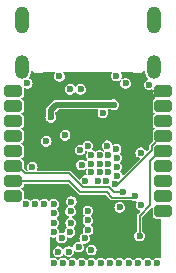
<source format=gbr>
%TF.GenerationSoftware,KiCad,Pcbnew,8.0.4-8.0.4-0~ubuntu24.04.1*%
%TF.CreationDate,2024-08-16T16:11:10+02:00*%
%TF.ProjectId,epi_ESP32 (2023_01_16 13_30_41 UTC),6570695f-4553-4503-9332-202832303233,1_1*%
%TF.SameCoordinates,Original*%
%TF.FileFunction,Copper,L3,Inr*%
%TF.FilePolarity,Positive*%
%FSLAX46Y46*%
G04 Gerber Fmt 4.6, Leading zero omitted, Abs format (unit mm)*
G04 Created by KiCad (PCBNEW 8.0.4-8.0.4-0~ubuntu24.04.1) date 2024-08-16 16:11:10*
%MOMM*%
%LPD*%
G01*
G04 APERTURE LIST*
G04 Aperture macros list*
%AMRoundRect*
0 Rectangle with rounded corners*
0 $1 Rounding radius*
0 $2 $3 $4 $5 $6 $7 $8 $9 X,Y pos of 4 corners*
0 Add a 4 corners polygon primitive as box body*
4,1,4,$2,$3,$4,$5,$6,$7,$8,$9,$2,$3,0*
0 Add four circle primitives for the rounded corners*
1,1,$1+$1,$2,$3*
1,1,$1+$1,$4,$5*
1,1,$1+$1,$6,$7*
1,1,$1+$1,$8,$9*
0 Add four rect primitives between the rounded corners*
20,1,$1+$1,$2,$3,$4,$5,0*
20,1,$1+$1,$4,$5,$6,$7,0*
20,1,$1+$1,$6,$7,$8,$9,0*
20,1,$1+$1,$8,$9,$2,$3,0*%
G04 Aperture macros list end*
%TA.AperFunction,ComponentPad*%
%ADD10RoundRect,0.250000X-0.500000X-0.250000X0.500000X-0.250000X0.500000X0.250000X-0.500000X0.250000X0*%
%TD*%
%TA.AperFunction,ComponentPad*%
%ADD11O,1.200000X2.000000*%
%TD*%
%TA.AperFunction,ComponentPad*%
%ADD12O,1.200000X2.300000*%
%TD*%
%TA.AperFunction,ViaPad*%
%ADD13C,0.600000*%
%TD*%
%TA.AperFunction,Conductor*%
%ADD14C,0.350000*%
%TD*%
%TA.AperFunction,Conductor*%
%ADD15C,0.130000*%
%TD*%
%TA.AperFunction,Conductor*%
%ADD16C,0.500000*%
%TD*%
G04 APERTURE END LIST*
D10*
%TO.N,+3.3V*%
%TO.C,J2*%
X110600000Y-57150000D03*
%TO.N,GND*%
X110600000Y-58420000D03*
%TO.N,VCC*%
X110600000Y-59690000D03*
%TO.N,EN*%
X110600000Y-60960000D03*
%TO.N,BOOT*%
X110600000Y-62230000D03*
%TO.N,IO10*%
X110600000Y-63500000D03*
%TO.N,IO8*%
X110600000Y-64770000D03*
%TO.N,IO7*%
X110600000Y-66040000D03*
%TO.N,IO6*%
X110600000Y-67310000D03*
%TD*%
D11*
%TO.N,GND*%
%TO.C,J3*%
X109840000Y-55105000D03*
D12*
X109840000Y-51105000D03*
D11*
X98640000Y-55105000D03*
D12*
X98640000Y-51105000D03*
%TD*%
D10*
%TO.N,U0TXD*%
%TO.C,J1*%
X97892518Y-57150000D03*
%TO.N,U0RXD*%
X97892518Y-58420000D03*
%TO.N,IO0*%
X97892518Y-59690000D03*
%TO.N,IO1*%
X97892518Y-60960000D03*
%TO.N,IO2*%
X97892518Y-62230000D03*
%TO.N,IO3*%
X97892518Y-63500000D03*
%TO.N,IO4*%
X97892518Y-64770000D03*
%TO.N,IO5*%
X97892518Y-66040000D03*
%TD*%
D13*
%TO.N,+5V*%
X109420036Y-56600000D03*
X106640000Y-55855000D03*
X101820036Y-55900000D03*
%TO.N,GND*%
X103440381Y-70363842D03*
X102606894Y-70731472D03*
X105500000Y-58999500D03*
X106099964Y-71700000D03*
X104520000Y-71700000D03*
X105920036Y-62600000D03*
X105220036Y-64000000D03*
X104520036Y-63300000D03*
X105220036Y-63300000D03*
X99514500Y-63585500D03*
X104234079Y-67300000D03*
X104520036Y-64000000D03*
X105220036Y-62600000D03*
X103720000Y-71700000D03*
X98975000Y-66700000D03*
X101320036Y-68300000D03*
X110100000Y-71700000D03*
X102758538Y-67339912D03*
X102120000Y-71700000D03*
X104520000Y-70600000D03*
X101700000Y-70741000D03*
X105320000Y-71700000D03*
X103957788Y-69623730D03*
X104234079Y-68104690D03*
X102776573Y-68313282D03*
X108499964Y-71700000D03*
X107420036Y-56500000D03*
X99756678Y-66700000D03*
X104239536Y-68900000D03*
X102000000Y-69599000D03*
X105920036Y-64000000D03*
X100700000Y-61400498D03*
X109299964Y-71700000D03*
X101320000Y-71700000D03*
X102820036Y-66500000D03*
X106899964Y-71700000D03*
X105920036Y-63300000D03*
X107699964Y-71700000D03*
X101320036Y-66710000D03*
X108748711Y-66823675D03*
X100538356Y-66700000D03*
X99100000Y-56500000D03*
X101320036Y-67500000D03*
X102700000Y-69100000D03*
X104520036Y-62600000D03*
X106920036Y-67000000D03*
X102920000Y-71700000D03*
X101320036Y-69100000D03*
%TO.N,+3.3V*%
X102209401Y-59390599D03*
X102100000Y-66870000D03*
X105600000Y-68720000D03*
X109473625Y-67967313D03*
X108070602Y-60868479D03*
%TO.N,IO0*%
X104000000Y-64731900D03*
%TO.N,IO1*%
X105051930Y-64749316D03*
%TO.N,IO2*%
X105801015Y-64750101D03*
%TO.N,IO3*%
X107220036Y-65666775D03*
%TO.N,D+*%
X102720036Y-57000000D03*
X103569842Y-62138692D03*
%TO.N,D-*%
X104232169Y-61787867D03*
X103620036Y-57000000D03*
%TO.N,IO4*%
X108223832Y-66040684D03*
%TO.N,IO8*%
X106607280Y-62061133D03*
%TO.N,IO5*%
X106694275Y-64312553D03*
%TO.N,EN*%
X106501815Y-65036924D03*
%TO.N,BOOT*%
X105851172Y-61779520D03*
X108600000Y-69400000D03*
%TO.N,U0TXD*%
X103700000Y-63400000D03*
%TO.N,U0RXD*%
X102299500Y-60900000D03*
%TO.N,IO7*%
X106669536Y-62808045D03*
%TO.N,IO6*%
X106669536Y-63557548D03*
%TO.N,VCC*%
X106400000Y-58300000D03*
X101083055Y-59373473D03*
%TO.N,IO10*%
X108713916Y-62357764D03*
%TD*%
D14*
%TO.N,+3.3V*%
X109567518Y-57853011D02*
X110269992Y-57150537D01*
D15*
%TO.N,IO3*%
X98920036Y-64100000D02*
X98319962Y-63499926D01*
X102622531Y-64100000D02*
X98920036Y-64100000D01*
X107220036Y-65666775D02*
X106403346Y-65666775D01*
X106001178Y-65264607D02*
X103787138Y-65264607D01*
X103787138Y-65264607D02*
X102622531Y-64100000D01*
X106403346Y-65666775D02*
X106001178Y-65264607D01*
%TO.N,IO4*%
X102669926Y-64769926D02*
X98157963Y-64769926D01*
X108082741Y-66181775D02*
X106302071Y-66181775D01*
X108223832Y-66040684D02*
X108082741Y-66181775D01*
X103600000Y-65700000D02*
X102669926Y-64769926D01*
X105820296Y-65700000D02*
X103600000Y-65700000D01*
X106302071Y-66181775D02*
X105820296Y-65700000D01*
%TO.N,EN*%
X109627518Y-61787391D02*
X110336332Y-61078577D01*
X106763076Y-65036924D02*
X109627518Y-62172482D01*
X110336332Y-61078577D02*
X110336332Y-60960426D01*
X106501815Y-65036924D02*
X106763076Y-65036924D01*
X109627518Y-62172482D02*
X109627518Y-61787391D01*
%TO.N,BOOT*%
X108600000Y-67700000D02*
X109500000Y-66800000D01*
X108600000Y-69400000D02*
X108600000Y-67700000D01*
X109500000Y-66800000D02*
X109500000Y-63068869D01*
X109500000Y-63068869D02*
X110338445Y-62230424D01*
D16*
%TO.N,VCC*%
X101083055Y-58766945D02*
X101550000Y-58300000D01*
X101550000Y-58300000D02*
X106400000Y-58300000D01*
X101083055Y-59373473D02*
X101083055Y-58766945D01*
%TD*%
%TA.AperFunction,Conductor*%
%TO.N,+3.3V*%
G36*
X102599408Y-65004171D02*
G01*
X103417308Y-65822071D01*
X103477929Y-65882692D01*
X103557134Y-65915500D01*
X105704523Y-65915500D01*
X105749778Y-65934245D01*
X106180001Y-66364468D01*
X106180002Y-66364468D01*
X106180003Y-66364469D01*
X106195466Y-66370873D01*
X106226394Y-66383683D01*
X106226396Y-66383685D01*
X106226397Y-66383685D01*
X106249596Y-66393294D01*
X106259205Y-66397275D01*
X106259206Y-66397275D01*
X106344937Y-66397275D01*
X107926634Y-66397275D01*
X107961235Y-66407435D01*
X107973480Y-66415304D01*
X108034763Y-66454688D01*
X108159060Y-66491184D01*
X108159062Y-66491184D01*
X108288602Y-66491184D01*
X108288604Y-66491184D01*
X108288903Y-66491096D01*
X108289083Y-66491115D01*
X108293134Y-66490533D01*
X108293282Y-66491566D01*
X108337605Y-66496328D01*
X108368344Y-66534466D01*
X108365154Y-66579089D01*
X108312014Y-66695446D01*
X108293578Y-66823675D01*
X108312014Y-66951903D01*
X108365827Y-67069735D01*
X108365829Y-67069738D01*
X108440604Y-67156035D01*
X108450662Y-67167642D01*
X108559642Y-67237679D01*
X108609138Y-67252212D01*
X108647278Y-67282946D01*
X108652515Y-67331649D01*
X108636362Y-67358874D01*
X108477929Y-67517308D01*
X108417308Y-67577928D01*
X108384500Y-67657133D01*
X108384500Y-68968035D01*
X108365755Y-69013290D01*
X108355101Y-69021875D01*
X108301951Y-69056032D01*
X108301949Y-69056034D01*
X108217118Y-69153936D01*
X108217116Y-69153939D01*
X108163303Y-69271771D01*
X108144867Y-69400000D01*
X108163303Y-69528228D01*
X108217116Y-69646060D01*
X108217118Y-69646063D01*
X108301951Y-69743967D01*
X108410931Y-69814004D01*
X108535228Y-69850500D01*
X108535229Y-69850500D01*
X108664771Y-69850500D01*
X108664772Y-69850500D01*
X108789069Y-69814004D01*
X108898049Y-69743967D01*
X108982882Y-69646063D01*
X109036697Y-69528226D01*
X109055133Y-69400000D01*
X109036697Y-69271774D01*
X109012582Y-69218971D01*
X108982883Y-69153939D01*
X108982881Y-69153936D01*
X108898050Y-69056034D01*
X108898048Y-69056032D01*
X108844899Y-69021875D01*
X108816962Y-68981639D01*
X108815500Y-68968035D01*
X108815500Y-67815773D01*
X108834245Y-67770518D01*
X109190760Y-67414003D01*
X109590246Y-67014516D01*
X109635500Y-66995772D01*
X109680755Y-67014517D01*
X109699500Y-67059772D01*
X109699500Y-67591516D01*
X109714353Y-67685300D01*
X109714356Y-67685308D01*
X109756376Y-67767778D01*
X109771950Y-67798342D01*
X109861658Y-67888050D01*
X109861660Y-67888051D01*
X109861661Y-67888052D01*
X109911818Y-67913608D01*
X109974696Y-67945646D01*
X110068481Y-67960500D01*
X110333186Y-67960499D01*
X110378441Y-67979244D01*
X110397186Y-68024464D01*
X110398966Y-71239380D01*
X110380246Y-71284645D01*
X110335001Y-71303415D01*
X110300366Y-71293256D01*
X110298575Y-71292105D01*
X110289069Y-71285996D01*
X110164772Y-71249500D01*
X110035228Y-71249500D01*
X109910931Y-71285996D01*
X109910929Y-71285996D01*
X109801951Y-71356032D01*
X109801949Y-71356034D01*
X109748350Y-71417892D01*
X109704548Y-71439818D01*
X109658071Y-71424349D01*
X109651614Y-71417892D01*
X109598014Y-71356034D01*
X109598012Y-71356032D01*
X109489033Y-71285996D01*
X109444506Y-71272922D01*
X109364736Y-71249500D01*
X109235192Y-71249500D01*
X109110895Y-71285996D01*
X109110893Y-71285996D01*
X109001915Y-71356032D01*
X109001913Y-71356034D01*
X108948332Y-71417871D01*
X108904530Y-71439797D01*
X108858053Y-71424328D01*
X108851596Y-71417871D01*
X108798014Y-71356034D01*
X108798012Y-71356032D01*
X108689033Y-71285996D01*
X108644506Y-71272922D01*
X108564736Y-71249500D01*
X108435192Y-71249500D01*
X108310895Y-71285996D01*
X108310893Y-71285996D01*
X108201915Y-71356032D01*
X108201913Y-71356034D01*
X108148332Y-71417871D01*
X108104530Y-71439797D01*
X108058053Y-71424328D01*
X108051596Y-71417871D01*
X107998014Y-71356034D01*
X107998012Y-71356032D01*
X107889033Y-71285996D01*
X107844506Y-71272922D01*
X107764736Y-71249500D01*
X107635192Y-71249500D01*
X107510895Y-71285996D01*
X107510893Y-71285996D01*
X107401915Y-71356032D01*
X107401913Y-71356034D01*
X107348332Y-71417871D01*
X107304530Y-71439797D01*
X107258053Y-71424328D01*
X107251596Y-71417871D01*
X107198014Y-71356034D01*
X107198012Y-71356032D01*
X107089033Y-71285996D01*
X107044506Y-71272922D01*
X106964736Y-71249500D01*
X106835192Y-71249500D01*
X106710895Y-71285996D01*
X106710893Y-71285996D01*
X106601915Y-71356032D01*
X106601913Y-71356034D01*
X106548332Y-71417871D01*
X106504530Y-71439797D01*
X106458053Y-71424328D01*
X106451596Y-71417871D01*
X106398014Y-71356034D01*
X106398012Y-71356032D01*
X106289033Y-71285996D01*
X106244506Y-71272922D01*
X106164736Y-71249500D01*
X106035192Y-71249500D01*
X105910895Y-71285996D01*
X105910893Y-71285996D01*
X105801915Y-71356032D01*
X105801913Y-71356034D01*
X105758350Y-71406309D01*
X105714547Y-71428235D01*
X105668071Y-71412766D01*
X105661614Y-71406309D01*
X105618050Y-71356034D01*
X105618048Y-71356032D01*
X105509069Y-71285996D01*
X105464542Y-71272922D01*
X105384772Y-71249500D01*
X105255228Y-71249500D01*
X105130931Y-71285996D01*
X105130929Y-71285996D01*
X105021951Y-71356032D01*
X105021949Y-71356034D01*
X104968368Y-71417871D01*
X104924566Y-71439797D01*
X104878089Y-71424328D01*
X104871632Y-71417871D01*
X104818050Y-71356034D01*
X104818048Y-71356032D01*
X104709069Y-71285996D01*
X104664542Y-71272922D01*
X104584772Y-71249500D01*
X104455228Y-71249500D01*
X104330931Y-71285996D01*
X104330929Y-71285996D01*
X104221951Y-71356032D01*
X104221949Y-71356034D01*
X104168368Y-71417871D01*
X104124566Y-71439797D01*
X104078089Y-71424328D01*
X104071632Y-71417871D01*
X104018050Y-71356034D01*
X104018048Y-71356032D01*
X103909069Y-71285996D01*
X103864542Y-71272922D01*
X103784772Y-71249500D01*
X103655228Y-71249500D01*
X103530931Y-71285996D01*
X103530929Y-71285996D01*
X103421951Y-71356032D01*
X103421949Y-71356034D01*
X103368368Y-71417871D01*
X103324566Y-71439797D01*
X103278089Y-71424328D01*
X103271632Y-71417871D01*
X103218050Y-71356034D01*
X103218048Y-71356032D01*
X103109069Y-71285996D01*
X103064542Y-71272922D01*
X102984772Y-71249500D01*
X102855228Y-71249500D01*
X102852062Y-71249500D01*
X102806807Y-71230755D01*
X102788062Y-71185500D01*
X102806807Y-71140245D01*
X102817461Y-71131660D01*
X102904943Y-71075439D01*
X102989776Y-70977535D01*
X103043591Y-70859698D01*
X103057761Y-70761137D01*
X103082756Y-70719012D01*
X103130218Y-70706898D01*
X103155710Y-70716406D01*
X103251312Y-70777846D01*
X103375609Y-70814342D01*
X103375610Y-70814342D01*
X103505152Y-70814342D01*
X103505153Y-70814342D01*
X103629450Y-70777846D01*
X103738430Y-70707809D01*
X103823263Y-70609905D01*
X103827787Y-70600000D01*
X104064867Y-70600000D01*
X104083303Y-70728228D01*
X104137116Y-70846060D01*
X104137118Y-70846063D01*
X104202814Y-70921882D01*
X104221951Y-70943967D01*
X104330931Y-71014004D01*
X104455228Y-71050500D01*
X104455229Y-71050500D01*
X104584771Y-71050500D01*
X104584772Y-71050500D01*
X104709069Y-71014004D01*
X104818049Y-70943967D01*
X104902882Y-70846063D01*
X104956697Y-70728226D01*
X104975133Y-70600000D01*
X104956697Y-70471774D01*
X104913095Y-70376301D01*
X104902883Y-70353939D01*
X104902881Y-70353936D01*
X104818050Y-70256034D01*
X104818048Y-70256032D01*
X104709069Y-70185996D01*
X104636938Y-70164817D01*
X104584772Y-70149500D01*
X104455228Y-70149500D01*
X104330931Y-70185996D01*
X104330929Y-70185996D01*
X104221951Y-70256032D01*
X104221949Y-70256034D01*
X104137118Y-70353936D01*
X104137116Y-70353939D01*
X104083303Y-70471771D01*
X104064867Y-70600000D01*
X103827787Y-70600000D01*
X103877078Y-70492068D01*
X103895514Y-70363842D01*
X103877078Y-70235616D01*
X103844745Y-70164817D01*
X103842996Y-70115865D01*
X103876374Y-70080014D01*
X103902961Y-70074230D01*
X104022559Y-70074230D01*
X104022560Y-70074230D01*
X104146857Y-70037734D01*
X104255837Y-69967697D01*
X104340670Y-69869793D01*
X104394485Y-69751956D01*
X104412921Y-69623730D01*
X104394485Y-69495504D01*
X104394484Y-69495501D01*
X104356114Y-69411483D01*
X104354365Y-69362530D01*
X104387743Y-69326680D01*
X104396290Y-69323491D01*
X104428605Y-69314004D01*
X104537585Y-69243967D01*
X104622418Y-69146063D01*
X104676233Y-69028226D01*
X104694669Y-68900000D01*
X104676233Y-68771774D01*
X104670072Y-68758284D01*
X104622419Y-68653939D01*
X104622417Y-68653936D01*
X104615677Y-68646158D01*
X104537585Y-68556033D01*
X104535088Y-68554428D01*
X104507156Y-68514191D01*
X104515856Y-68465986D01*
X104529378Y-68452479D01*
X104528666Y-68451657D01*
X104532122Y-68448660D01*
X104532128Y-68448657D01*
X104616961Y-68350753D01*
X104670776Y-68232916D01*
X104689212Y-68104690D01*
X104670776Y-67976464D01*
X104663485Y-67960500D01*
X104616962Y-67858629D01*
X104616960Y-67858626D01*
X104532129Y-67760724D01*
X104532127Y-67760722D01*
X104529153Y-67758811D01*
X104525068Y-67756186D01*
X104497131Y-67715952D01*
X104505826Y-67667746D01*
X104525067Y-67648504D01*
X104532128Y-67643967D01*
X104616961Y-67546063D01*
X104670776Y-67428226D01*
X104689212Y-67300000D01*
X104670776Y-67171774D01*
X104664615Y-67158284D01*
X104616962Y-67053939D01*
X104616960Y-67053936D01*
X104570225Y-67000000D01*
X106464903Y-67000000D01*
X106483339Y-67128228D01*
X106537152Y-67246060D01*
X106537154Y-67246063D01*
X106611313Y-67331649D01*
X106621987Y-67343967D01*
X106730967Y-67414004D01*
X106855264Y-67450500D01*
X106855265Y-67450500D01*
X106984807Y-67450500D01*
X106984808Y-67450500D01*
X107109105Y-67414004D01*
X107218085Y-67343967D01*
X107302918Y-67246063D01*
X107356733Y-67128226D01*
X107375169Y-67000000D01*
X107356733Y-66871774D01*
X107344033Y-66843966D01*
X107302919Y-66753939D01*
X107302917Y-66753936D01*
X107218086Y-66656034D01*
X107218084Y-66656032D01*
X107109105Y-66585996D01*
X107080551Y-66577612D01*
X106984808Y-66549500D01*
X106855264Y-66549500D01*
X106730967Y-66585996D01*
X106730965Y-66585996D01*
X106621987Y-66656032D01*
X106621985Y-66656034D01*
X106537154Y-66753936D01*
X106537152Y-66753939D01*
X106483339Y-66871771D01*
X106464903Y-67000000D01*
X104570225Y-67000000D01*
X104532129Y-66956034D01*
X104532127Y-66956032D01*
X104423148Y-66885996D01*
X104374701Y-66871771D01*
X104298851Y-66849500D01*
X104169307Y-66849500D01*
X104045010Y-66885996D01*
X104045008Y-66885996D01*
X103936030Y-66956032D01*
X103936028Y-66956034D01*
X103851197Y-67053936D01*
X103851195Y-67053939D01*
X103797382Y-67171771D01*
X103778946Y-67300000D01*
X103797382Y-67428228D01*
X103851195Y-67546060D01*
X103851197Y-67546063D01*
X103936028Y-67643965D01*
X103936027Y-67643965D01*
X103936029Y-67643966D01*
X103936030Y-67643967D01*
X103943092Y-67648505D01*
X103971028Y-67688742D01*
X103962330Y-67736947D01*
X103943093Y-67756183D01*
X103938700Y-67759006D01*
X103936028Y-67760724D01*
X103851197Y-67858626D01*
X103851195Y-67858629D01*
X103797382Y-67976461D01*
X103778946Y-68104690D01*
X103797382Y-68232918D01*
X103851195Y-68350750D01*
X103851197Y-68350753D01*
X103918326Y-68428226D01*
X103936030Y-68448657D01*
X103938521Y-68450258D01*
X103966458Y-68490491D01*
X103957763Y-68538697D01*
X103944241Y-68552225D01*
X103944945Y-68553037D01*
X103941485Y-68556034D01*
X103856654Y-68653936D01*
X103856652Y-68653939D01*
X103802839Y-68771771D01*
X103784403Y-68900000D01*
X103802839Y-69028228D01*
X103841209Y-69112245D01*
X103842958Y-69161198D01*
X103809580Y-69197048D01*
X103801025Y-69200239D01*
X103768722Y-69209724D01*
X103768717Y-69209726D01*
X103659739Y-69279762D01*
X103659737Y-69279764D01*
X103574906Y-69377666D01*
X103574904Y-69377669D01*
X103521091Y-69495501D01*
X103502655Y-69623730D01*
X103521091Y-69751958D01*
X103553424Y-69822755D01*
X103555173Y-69871707D01*
X103521795Y-69907558D01*
X103495208Y-69913342D01*
X103375609Y-69913342D01*
X103251312Y-69949838D01*
X103251310Y-69949838D01*
X103142332Y-70019874D01*
X103142330Y-70019876D01*
X103057499Y-70117778D01*
X103057497Y-70117781D01*
X103003684Y-70235614D01*
X103003683Y-70235617D01*
X102989512Y-70334175D01*
X102964517Y-70376301D01*
X102917055Y-70388414D01*
X102891563Y-70378906D01*
X102795963Y-70317468D01*
X102671666Y-70280972D01*
X102542122Y-70280972D01*
X102417825Y-70317468D01*
X102417823Y-70317468D01*
X102308845Y-70387504D01*
X102308843Y-70387506D01*
X102224012Y-70485408D01*
X102224012Y-70485409D01*
X102209487Y-70517213D01*
X102173635Y-70550590D01*
X102124683Y-70548841D01*
X102093055Y-70517212D01*
X102082883Y-70494939D01*
X102082881Y-70494936D01*
X101998050Y-70397034D01*
X101998048Y-70397032D01*
X101889069Y-70326996D01*
X101856619Y-70317468D01*
X101764772Y-70290500D01*
X101635228Y-70290500D01*
X101510931Y-70326996D01*
X101510929Y-70326996D01*
X101401951Y-70397032D01*
X101401949Y-70397034D01*
X101317118Y-70494936D01*
X101317116Y-70494939D01*
X101263303Y-70612771D01*
X101244867Y-70741000D01*
X101263303Y-70869228D01*
X101317116Y-70987060D01*
X101317118Y-70987063D01*
X101372085Y-71050500D01*
X101401951Y-71084967D01*
X101510929Y-71155003D01*
X101513329Y-71156545D01*
X101523395Y-71171043D01*
X101527667Y-71168077D01*
X101559299Y-71169205D01*
X101635228Y-71191500D01*
X101635230Y-71191500D01*
X101764771Y-71191500D01*
X101764772Y-71191500D01*
X101889069Y-71155004D01*
X101998049Y-71084967D01*
X102082882Y-70987063D01*
X102097406Y-70955258D01*
X102133255Y-70921882D01*
X102182208Y-70923629D01*
X102213838Y-70955258D01*
X102224012Y-70977534D01*
X102224012Y-70977535D01*
X102287235Y-71050500D01*
X102308845Y-71075439D01*
X102417825Y-71145476D01*
X102542122Y-71181972D01*
X102542123Y-71181972D01*
X102674832Y-71181972D01*
X102720087Y-71200717D01*
X102738832Y-71245972D01*
X102720087Y-71291227D01*
X102709433Y-71299811D01*
X102703826Y-71303415D01*
X102621951Y-71356032D01*
X102621949Y-71356034D01*
X102568368Y-71417871D01*
X102524566Y-71439797D01*
X102478089Y-71424328D01*
X102471632Y-71417871D01*
X102418050Y-71356034D01*
X102418048Y-71356032D01*
X102309069Y-71285996D01*
X102264542Y-71272922D01*
X102184772Y-71249500D01*
X102055228Y-71249500D01*
X101930931Y-71285996D01*
X101930929Y-71285996D01*
X101821951Y-71356032D01*
X101821949Y-71356034D01*
X101768368Y-71417871D01*
X101724566Y-71439797D01*
X101678089Y-71424328D01*
X101671632Y-71417871D01*
X101618050Y-71356034D01*
X101618048Y-71356032D01*
X101506670Y-71284454D01*
X101496603Y-71269955D01*
X101492332Y-71272922D01*
X101460698Y-71271793D01*
X101419949Y-71259828D01*
X101384772Y-71249500D01*
X101255228Y-71249500D01*
X101175458Y-71272922D01*
X101130931Y-71285996D01*
X101130926Y-71285998D01*
X101118635Y-71293897D01*
X101070430Y-71302593D01*
X101030195Y-71274655D01*
X101020036Y-71240056D01*
X101020036Y-69559920D01*
X101038781Y-69514665D01*
X101084036Y-69495920D01*
X101118636Y-69506079D01*
X101130967Y-69514004D01*
X101255264Y-69550500D01*
X101255265Y-69550500D01*
X101384809Y-69550500D01*
X101415285Y-69541551D01*
X101463651Y-69527350D01*
X101512353Y-69532585D01*
X101543088Y-69570726D01*
X101544785Y-69594423D01*
X101544867Y-69594423D01*
X101544867Y-69595567D01*
X101545031Y-69597858D01*
X101544867Y-69598998D01*
X101563303Y-69727228D01*
X101617116Y-69845060D01*
X101617118Y-69845063D01*
X101701951Y-69942967D01*
X101810931Y-70013004D01*
X101935228Y-70049500D01*
X101935229Y-70049500D01*
X102064771Y-70049500D01*
X102064772Y-70049500D01*
X102189069Y-70013004D01*
X102298049Y-69942967D01*
X102382882Y-69845063D01*
X102436697Y-69727226D01*
X102455133Y-69599000D01*
X102454087Y-69591724D01*
X102466200Y-69544262D01*
X102508325Y-69519267D01*
X102535461Y-69521206D01*
X102635228Y-69550500D01*
X102635230Y-69550500D01*
X102764771Y-69550500D01*
X102764772Y-69550500D01*
X102889069Y-69514004D01*
X102998049Y-69443967D01*
X103082882Y-69346063D01*
X103136697Y-69228226D01*
X103155133Y-69100000D01*
X103136697Y-68971774D01*
X103134989Y-68968035D01*
X103082883Y-68853939D01*
X103082881Y-68853936D01*
X103018825Y-68780010D01*
X103003356Y-68733533D01*
X103025282Y-68689731D01*
X103032580Y-68684267D01*
X103074622Y-68657249D01*
X103159455Y-68559345D01*
X103213270Y-68441508D01*
X103231706Y-68313282D01*
X103213270Y-68185056D01*
X103207204Y-68171774D01*
X103159456Y-68067221D01*
X103159454Y-68067218D01*
X103074623Y-67969316D01*
X103074621Y-67969314D01*
X102965643Y-67899278D01*
X102936260Y-67890651D01*
X102918228Y-67885356D01*
X102880089Y-67854621D01*
X102874852Y-67805918D01*
X102905588Y-67767778D01*
X102918224Y-67762543D01*
X102947607Y-67753916D01*
X103056587Y-67683879D01*
X103141420Y-67585975D01*
X103195235Y-67468138D01*
X103213671Y-67339912D01*
X103195235Y-67211686D01*
X103168601Y-67153367D01*
X103141421Y-67093851D01*
X103141419Y-67093848D01*
X103056588Y-66995946D01*
X103056580Y-66995939D01*
X103052869Y-66993554D01*
X103024935Y-66953317D01*
X103033635Y-66905112D01*
X103052869Y-66885878D01*
X103118085Y-66843967D01*
X103202918Y-66746063D01*
X103256733Y-66628226D01*
X103275169Y-66500000D01*
X103256733Y-66371774D01*
X103255019Y-66368022D01*
X103202919Y-66253939D01*
X103202917Y-66253936D01*
X103118086Y-66156034D01*
X103118084Y-66156032D01*
X103009105Y-66085996D01*
X102884808Y-66049500D01*
X102755264Y-66049500D01*
X102630967Y-66085996D01*
X102630965Y-66085996D01*
X102521987Y-66156032D01*
X102521985Y-66156034D01*
X102437154Y-66253936D01*
X102437152Y-66253939D01*
X102383339Y-66371771D01*
X102364903Y-66500000D01*
X102383339Y-66628228D01*
X102437152Y-66746060D01*
X102437154Y-66746063D01*
X102521985Y-66843965D01*
X102521993Y-66843972D01*
X102525702Y-66846356D01*
X102553638Y-66886592D01*
X102544939Y-66934797D01*
X102525702Y-66954035D01*
X102460487Y-66995946D01*
X102375656Y-67093848D01*
X102375654Y-67093851D01*
X102321841Y-67211683D01*
X102303405Y-67339912D01*
X102321841Y-67468140D01*
X102375654Y-67585972D01*
X102375656Y-67585975D01*
X102437314Y-67657134D01*
X102460489Y-67683879D01*
X102569469Y-67753916D01*
X102616881Y-67767837D01*
X102655021Y-67798571D01*
X102660258Y-67847274D01*
X102629523Y-67885415D01*
X102616882Y-67890651D01*
X102587507Y-67899276D01*
X102587502Y-67899278D01*
X102478524Y-67969314D01*
X102478522Y-67969316D01*
X102393691Y-68067218D01*
X102393689Y-68067221D01*
X102339876Y-68185053D01*
X102321440Y-68313282D01*
X102339876Y-68441510D01*
X102393689Y-68559342D01*
X102393691Y-68559345D01*
X102457747Y-68633271D01*
X102473216Y-68679748D01*
X102451290Y-68723550D01*
X102443981Y-68729022D01*
X102401949Y-68756034D01*
X102317118Y-68853936D01*
X102317116Y-68853939D01*
X102263303Y-68971771D01*
X102255186Y-69028226D01*
X102244868Y-69099998D01*
X102244867Y-69100002D01*
X102245913Y-69107279D01*
X102233797Y-69154740D01*
X102191669Y-69179733D01*
X102164534Y-69177792D01*
X102143616Y-69171650D01*
X102064772Y-69148500D01*
X101935228Y-69148500D01*
X101856384Y-69171650D01*
X101807681Y-69166413D01*
X101776946Y-69128272D01*
X101775253Y-69104578D01*
X101775169Y-69104578D01*
X101775169Y-69103407D01*
X101775006Y-69101131D01*
X101775169Y-69100000D01*
X101756733Y-68971774D01*
X101755025Y-68968035D01*
X101702919Y-68853939D01*
X101702917Y-68853936D01*
X101618086Y-68756034D01*
X101618082Y-68756030D01*
X101614676Y-68753842D01*
X101586737Y-68713608D01*
X101595432Y-68665402D01*
X101614676Y-68646158D01*
X101618082Y-68643969D01*
X101618082Y-68643968D01*
X101618085Y-68643967D01*
X101702918Y-68546063D01*
X101756733Y-68428226D01*
X101775169Y-68300000D01*
X101756733Y-68171774D01*
X101726096Y-68104690D01*
X101702919Y-68053939D01*
X101702917Y-68053936D01*
X101618086Y-67956034D01*
X101618082Y-67956030D01*
X101614676Y-67953842D01*
X101586737Y-67913608D01*
X101595432Y-67865402D01*
X101614676Y-67846158D01*
X101618082Y-67843969D01*
X101618082Y-67843968D01*
X101618085Y-67843967D01*
X101702918Y-67746063D01*
X101756733Y-67628226D01*
X101775169Y-67500000D01*
X101756733Y-67371774D01*
X101738408Y-67331649D01*
X101702919Y-67253939D01*
X101702917Y-67253936D01*
X101618087Y-67156035D01*
X101615008Y-67153367D01*
X101593084Y-67109564D01*
X101608554Y-67063087D01*
X101615008Y-67056633D01*
X101618079Y-67053970D01*
X101618085Y-67053967D01*
X101702918Y-66956063D01*
X101756733Y-66838226D01*
X101775169Y-66710000D01*
X101756733Y-66581774D01*
X101754833Y-66577614D01*
X101702919Y-66463939D01*
X101702917Y-66463936D01*
X101618086Y-66366034D01*
X101618084Y-66366032D01*
X101509105Y-66295996D01*
X101467960Y-66283915D01*
X101384808Y-66259500D01*
X101255264Y-66259500D01*
X101130967Y-66295996D01*
X101130965Y-66295996D01*
X101021987Y-66366032D01*
X101021985Y-66366034D01*
X100981896Y-66412300D01*
X100938094Y-66434226D01*
X100891617Y-66418757D01*
X100885160Y-66412300D01*
X100836406Y-66356034D01*
X100836404Y-66356032D01*
X100727425Y-66285996D01*
X100720338Y-66283915D01*
X100603128Y-66249500D01*
X100473584Y-66249500D01*
X100349287Y-66285996D01*
X100349285Y-66285996D01*
X100240307Y-66356032D01*
X100240305Y-66356034D01*
X100195885Y-66407298D01*
X100152082Y-66429224D01*
X100105606Y-66413755D01*
X100099149Y-66407298D01*
X100054728Y-66356034D01*
X100054726Y-66356032D01*
X99945747Y-66285996D01*
X99938660Y-66283915D01*
X99821450Y-66249500D01*
X99691906Y-66249500D01*
X99567609Y-66285996D01*
X99567607Y-66285996D01*
X99458629Y-66356032D01*
X99458627Y-66356034D01*
X99414207Y-66407298D01*
X99370404Y-66429224D01*
X99323928Y-66413755D01*
X99317471Y-66407298D01*
X99273050Y-66356034D01*
X99273048Y-66356032D01*
X99164069Y-66285996D01*
X99156982Y-66283915D01*
X99039772Y-66249500D01*
X98910228Y-66249500D01*
X98875046Y-66259829D01*
X98826344Y-66254593D01*
X98795609Y-66216452D01*
X98793017Y-66198422D01*
X98793017Y-65758483D01*
X98778164Y-65664699D01*
X98778164Y-65664696D01*
X98720568Y-65551658D01*
X98630860Y-65461950D01*
X98630857Y-65461948D01*
X98626782Y-65458987D01*
X98627531Y-65457955D01*
X98599195Y-65424781D01*
X98603035Y-65375948D01*
X98627281Y-65351701D01*
X98626782Y-65351013D01*
X98630857Y-65348052D01*
X98630857Y-65348051D01*
X98630860Y-65348050D01*
X98720568Y-65258342D01*
X98778164Y-65145304D01*
X98793018Y-65051519D01*
X98793018Y-65049426D01*
X98811763Y-65004171D01*
X98857018Y-64985426D01*
X102554153Y-64985426D01*
X102599408Y-65004171D01*
G37*
%TD.AperFunction*%
%TA.AperFunction,Conductor*%
G36*
X109061203Y-55410270D02*
G01*
X109088304Y-55451073D01*
X109089500Y-55463386D01*
X109089500Y-55578920D01*
X109118340Y-55723908D01*
X109118341Y-55723910D01*
X109118342Y-55723913D01*
X109174916Y-55860495D01*
X109174917Y-55860497D01*
X109174919Y-55860500D01*
X109257048Y-55983415D01*
X109331454Y-56057821D01*
X109350199Y-56103076D01*
X109331454Y-56148331D01*
X109304230Y-56164483D01*
X109230972Y-56185993D01*
X109230965Y-56185996D01*
X109121987Y-56256032D01*
X109121985Y-56256034D01*
X109037154Y-56353936D01*
X109037152Y-56353939D01*
X108983339Y-56471771D01*
X108964903Y-56600000D01*
X108983339Y-56728228D01*
X109037152Y-56846060D01*
X109037154Y-56846063D01*
X109075169Y-56889936D01*
X109121987Y-56943967D01*
X109230967Y-57014004D01*
X109355264Y-57050500D01*
X109355265Y-57050500D01*
X109484807Y-57050500D01*
X109484808Y-57050500D01*
X109609105Y-57014004D01*
X109621399Y-57006102D01*
X109669604Y-56997405D01*
X109709840Y-57025341D01*
X109720000Y-57059943D01*
X109720000Y-57085000D01*
X110280952Y-57085000D01*
X110275000Y-57107213D01*
X110275000Y-57192787D01*
X110280952Y-57215000D01*
X109720001Y-57215000D01*
X109720001Y-57436054D01*
X109730762Y-57509927D01*
X109786462Y-57623862D01*
X109876137Y-57713537D01*
X109882174Y-57716488D01*
X109914600Y-57753203D01*
X109911568Y-57802092D01*
X109883126Y-57831011D01*
X109861659Y-57841949D01*
X109861658Y-57841949D01*
X109861658Y-57841950D01*
X109771950Y-57931658D01*
X109771948Y-57931660D01*
X109771948Y-57931661D01*
X109771947Y-57931662D01*
X109714356Y-58044690D01*
X109714353Y-58044697D01*
X109699500Y-58138483D01*
X109699500Y-58701516D01*
X109713686Y-58791087D01*
X109714354Y-58795304D01*
X109771950Y-58908342D01*
X109861658Y-58998050D01*
X109861660Y-58998051D01*
X109861661Y-58998052D01*
X109865736Y-59001013D01*
X109864986Y-59002043D01*
X109893324Y-59035225D01*
X109889480Y-59084057D01*
X109865236Y-59108300D01*
X109865736Y-59108987D01*
X109861661Y-59111948D01*
X109861660Y-59111948D01*
X109861658Y-59111950D01*
X109771950Y-59201658D01*
X109771948Y-59201660D01*
X109771947Y-59201662D01*
X109714356Y-59314690D01*
X109714353Y-59314697D01*
X109699500Y-59408483D01*
X109699500Y-59971516D01*
X109714353Y-60065300D01*
X109714354Y-60065304D01*
X109771950Y-60178342D01*
X109861658Y-60268050D01*
X109861660Y-60268051D01*
X109861661Y-60268052D01*
X109865736Y-60271013D01*
X109864986Y-60272043D01*
X109893324Y-60305225D01*
X109889480Y-60354057D01*
X109865236Y-60378300D01*
X109865736Y-60378987D01*
X109861661Y-60381948D01*
X109861660Y-60381948D01*
X109861658Y-60381950D01*
X109771950Y-60471658D01*
X109771948Y-60471660D01*
X109771947Y-60471662D01*
X109714356Y-60584690D01*
X109714353Y-60584697D01*
X109699500Y-60678483D01*
X109699500Y-61241516D01*
X109714354Y-61335305D01*
X109715911Y-61340097D01*
X109714188Y-61340656D01*
X109717505Y-61382772D01*
X109701891Y-61408253D01*
X109505447Y-61604699D01*
X109444826Y-61665319D01*
X109412018Y-61744524D01*
X109412018Y-62056708D01*
X109393273Y-62101963D01*
X109251872Y-62243363D01*
X109206617Y-62262108D01*
X109161362Y-62243363D01*
X109148401Y-62224695D01*
X109143979Y-62215013D01*
X109125467Y-62174477D01*
X109096799Y-62111702D01*
X109096797Y-62111700D01*
X109011966Y-62013798D01*
X109011964Y-62013796D01*
X108902985Y-61943760D01*
X108808764Y-61916095D01*
X108778688Y-61907264D01*
X108649144Y-61907264D01*
X108524847Y-61943760D01*
X108524845Y-61943760D01*
X108415867Y-62013796D01*
X108415865Y-62013798D01*
X108331034Y-62111700D01*
X108331032Y-62111703D01*
X108277219Y-62229535D01*
X108258783Y-62357764D01*
X108277219Y-62485992D01*
X108331032Y-62603824D01*
X108331034Y-62603827D01*
X108415867Y-62701731D01*
X108524847Y-62771768D01*
X108574889Y-62786461D01*
X108613029Y-62817195D01*
X108618266Y-62865898D01*
X108602113Y-62893123D01*
X107243998Y-64251237D01*
X107198743Y-64269982D01*
X107153488Y-64251237D01*
X107135395Y-64215091D01*
X107130972Y-64184327D01*
X107077157Y-64066490D01*
X107014258Y-63993899D01*
X106989327Y-63965127D01*
X106990622Y-63964004D01*
X106971441Y-63925693D01*
X106986906Y-63879216D01*
X107052418Y-63803611D01*
X107106233Y-63685774D01*
X107124669Y-63557548D01*
X107106233Y-63429322D01*
X107065183Y-63339437D01*
X107052419Y-63311487D01*
X107052417Y-63311484D01*
X106977226Y-63224707D01*
X106961757Y-63178230D01*
X106977226Y-63140885D01*
X107052418Y-63054108D01*
X107106233Y-62936271D01*
X107124669Y-62808045D01*
X107106233Y-62679819D01*
X107069780Y-62600000D01*
X107052419Y-62561984D01*
X107052417Y-62561981D01*
X106967586Y-62464079D01*
X106967582Y-62464075D01*
X106956904Y-62457213D01*
X106928968Y-62416977D01*
X106937667Y-62368772D01*
X106943126Y-62361478D01*
X106990162Y-62307196D01*
X107043977Y-62189359D01*
X107062413Y-62061133D01*
X107043977Y-61932907D01*
X107036298Y-61916093D01*
X106990163Y-61815072D01*
X106990161Y-61815069D01*
X106905330Y-61717167D01*
X106905328Y-61717165D01*
X106796349Y-61647129D01*
X106791305Y-61645648D01*
X106672052Y-61610633D01*
X106542508Y-61610633D01*
X106418211Y-61647129D01*
X106418210Y-61647129D01*
X106378106Y-61672902D01*
X106329901Y-61681598D01*
X106289665Y-61653661D01*
X106285293Y-61645653D01*
X106260056Y-61590392D01*
X106234055Y-61533458D01*
X106234053Y-61533456D01*
X106149222Y-61435554D01*
X106149220Y-61435552D01*
X106040241Y-61365516D01*
X105989100Y-61350500D01*
X105915944Y-61329020D01*
X105786400Y-61329020D01*
X105662103Y-61365516D01*
X105662101Y-61365516D01*
X105553123Y-61435552D01*
X105553121Y-61435554D01*
X105468290Y-61533456D01*
X105468288Y-61533459D01*
X105414475Y-61651291D01*
X105396039Y-61779520D01*
X105414475Y-61907748D01*
X105468288Y-62025580D01*
X105468290Y-62025583D01*
X105553121Y-62123485D01*
X105553123Y-62123487D01*
X105608991Y-62159391D01*
X105636927Y-62199627D01*
X105628230Y-62247832D01*
X105622759Y-62255141D01*
X105618405Y-62260166D01*
X105574603Y-62282093D01*
X105528126Y-62266625D01*
X105521670Y-62260169D01*
X105518088Y-62256036D01*
X105518080Y-62256029D01*
X105409105Y-62185996D01*
X105318494Y-62159391D01*
X105284808Y-62149500D01*
X105155264Y-62149500D01*
X105030967Y-62185996D01*
X105030965Y-62185996D01*
X104921991Y-62256029D01*
X104921983Y-62256036D01*
X104918402Y-62260169D01*
X104874599Y-62282093D01*
X104828123Y-62266622D01*
X104821670Y-62260169D01*
X104818088Y-62256036D01*
X104818080Y-62256029D01*
X104709106Y-62185996D01*
X104624638Y-62161195D01*
X104586498Y-62130459D01*
X104581261Y-62081756D01*
X104594300Y-62057877D01*
X104615051Y-62033930D01*
X104668866Y-61916093D01*
X104687302Y-61787867D01*
X104668866Y-61659641D01*
X104664000Y-61648987D01*
X104615052Y-61541806D01*
X104615050Y-61541803D01*
X104614365Y-61541013D01*
X104530218Y-61443900D01*
X104530217Y-61443899D01*
X104421238Y-61373863D01*
X104392810Y-61365516D01*
X104296941Y-61337367D01*
X104167397Y-61337367D01*
X104043100Y-61373863D01*
X104043098Y-61373863D01*
X103934120Y-61443899D01*
X103934118Y-61443901D01*
X103849287Y-61541803D01*
X103849285Y-61541806D01*
X103795472Y-61659639D01*
X103794183Y-61664031D01*
X103792913Y-61663658D01*
X103770528Y-61701376D01*
X103723065Y-61713485D01*
X103714150Y-61711545D01*
X103673570Y-61699630D01*
X103634614Y-61688192D01*
X103505070Y-61688192D01*
X103380773Y-61724688D01*
X103380771Y-61724688D01*
X103271793Y-61794724D01*
X103271791Y-61794726D01*
X103186960Y-61892628D01*
X103186958Y-61892631D01*
X103133145Y-62010463D01*
X103114709Y-62138692D01*
X103133145Y-62266920D01*
X103186958Y-62384752D01*
X103186960Y-62384755D01*
X103262358Y-62471771D01*
X103271793Y-62482659D01*
X103380773Y-62552696D01*
X103505070Y-62589192D01*
X103505071Y-62589192D01*
X103634613Y-62589192D01*
X103634614Y-62589192D01*
X103758911Y-62552696D01*
X103867891Y-62482659D01*
X103952724Y-62384755D01*
X104006539Y-62266918D01*
X104006539Y-62266913D01*
X104007828Y-62262528D01*
X104009102Y-62262902D01*
X104031468Y-62225192D01*
X104078928Y-62213071D01*
X104087854Y-62215011D01*
X104127566Y-62226671D01*
X104165706Y-62257406D01*
X104170943Y-62306109D01*
X104157904Y-62329989D01*
X104137154Y-62353936D01*
X104137152Y-62353939D01*
X104083339Y-62471771D01*
X104064903Y-62600000D01*
X104083339Y-62728228D01*
X104137152Y-62846060D01*
X104137154Y-62846063D01*
X104190898Y-62908088D01*
X104206367Y-62954565D01*
X104190899Y-62991909D01*
X104137154Y-63053935D01*
X104137154Y-63053936D01*
X104129885Y-63069852D01*
X104094033Y-63103229D01*
X104045081Y-63101480D01*
X104023301Y-63085175D01*
X103998050Y-63056034D01*
X103998048Y-63056032D01*
X103889069Y-62985996D01*
X103841531Y-62972038D01*
X103764772Y-62949500D01*
X103635228Y-62949500D01*
X103510931Y-62985996D01*
X103510929Y-62985996D01*
X103401951Y-63056032D01*
X103401949Y-63056034D01*
X103317118Y-63153936D01*
X103317116Y-63153939D01*
X103263303Y-63271771D01*
X103244867Y-63400000D01*
X103263303Y-63528228D01*
X103317116Y-63646060D01*
X103317118Y-63646063D01*
X103389706Y-63729836D01*
X103401951Y-63743967D01*
X103510931Y-63814004D01*
X103635228Y-63850500D01*
X103635229Y-63850500D01*
X103764771Y-63850500D01*
X103764772Y-63850500D01*
X103889069Y-63814004D01*
X103998049Y-63743967D01*
X104010294Y-63729834D01*
X104054093Y-63707908D01*
X104100571Y-63723375D01*
X104122499Y-63767176D01*
X104116879Y-63798331D01*
X104083339Y-63871772D01*
X104064903Y-64000000D01*
X104083339Y-64128228D01*
X104111922Y-64190813D01*
X104113671Y-64239765D01*
X104080293Y-64275616D01*
X104053706Y-64281400D01*
X103935228Y-64281400D01*
X103810931Y-64317896D01*
X103810929Y-64317896D01*
X103701951Y-64387932D01*
X103701949Y-64387934D01*
X103617118Y-64485836D01*
X103617116Y-64485839D01*
X103561401Y-64607838D01*
X103559892Y-64607149D01*
X103532907Y-64640621D01*
X103484203Y-64645847D01*
X103456992Y-64629698D01*
X102744602Y-63917308D01*
X102665397Y-63884500D01*
X99972793Y-63884500D01*
X99927538Y-63865755D01*
X99908793Y-63820500D01*
X99914577Y-63793913D01*
X99951196Y-63713728D01*
X99951195Y-63713728D01*
X99951197Y-63713726D01*
X99969633Y-63585500D01*
X99951197Y-63457274D01*
X99938430Y-63429319D01*
X99897383Y-63339439D01*
X99897381Y-63339436D01*
X99812550Y-63241534D01*
X99812548Y-63241532D01*
X99703569Y-63171496D01*
X99579272Y-63135000D01*
X99449728Y-63135000D01*
X99325431Y-63171496D01*
X99325429Y-63171496D01*
X99216451Y-63241532D01*
X99216449Y-63241534D01*
X99131618Y-63339436D01*
X99131616Y-63339439D01*
X99077803Y-63457271D01*
X99059367Y-63585500D01*
X99077803Y-63713728D01*
X99114423Y-63793913D01*
X99116172Y-63842866D01*
X99082794Y-63878716D01*
X99056207Y-63884500D01*
X99035809Y-63884500D01*
X98990554Y-63865755D01*
X98811762Y-63686963D01*
X98793017Y-63641708D01*
X98793017Y-63218483D01*
X98786642Y-63178230D01*
X98778164Y-63124696D01*
X98720568Y-63011658D01*
X98630860Y-62921950D01*
X98630857Y-62921948D01*
X98626782Y-62918987D01*
X98627531Y-62917955D01*
X98599195Y-62884781D01*
X98603035Y-62835948D01*
X98627281Y-62811701D01*
X98626782Y-62811013D01*
X98630857Y-62808052D01*
X98630857Y-62808051D01*
X98630860Y-62808050D01*
X98720568Y-62718342D01*
X98778164Y-62605304D01*
X98793018Y-62511519D01*
X98793017Y-61948482D01*
X98778164Y-61854696D01*
X98720568Y-61741658D01*
X98630860Y-61651950D01*
X98630857Y-61651948D01*
X98626782Y-61648987D01*
X98627531Y-61647955D01*
X98599195Y-61614781D01*
X98603035Y-61565948D01*
X98627281Y-61541701D01*
X98626782Y-61541013D01*
X98630857Y-61538052D01*
X98630857Y-61538051D01*
X98630860Y-61538050D01*
X98720568Y-61448342D01*
X98744946Y-61400498D01*
X100244867Y-61400498D01*
X100263303Y-61528726D01*
X100317116Y-61646558D01*
X100317118Y-61646561D01*
X100399518Y-61741658D01*
X100401951Y-61744465D01*
X100510931Y-61814502D01*
X100635228Y-61850998D01*
X100635229Y-61850998D01*
X100764771Y-61850998D01*
X100764772Y-61850998D01*
X100889069Y-61814502D01*
X100998049Y-61744465D01*
X101082882Y-61646561D01*
X101136697Y-61528724D01*
X101155133Y-61400498D01*
X101136697Y-61272272D01*
X101123770Y-61243967D01*
X101082883Y-61154437D01*
X101082881Y-61154434D01*
X100998050Y-61056532D01*
X100998048Y-61056530D01*
X100889069Y-60986494D01*
X100764772Y-60949998D01*
X100635228Y-60949998D01*
X100510931Y-60986494D01*
X100510929Y-60986494D01*
X100401951Y-61056530D01*
X100401949Y-61056532D01*
X100317118Y-61154434D01*
X100317116Y-61154437D01*
X100263303Y-61272269D01*
X100244867Y-61400498D01*
X98744946Y-61400498D01*
X98778164Y-61335304D01*
X98793018Y-61241519D01*
X98793017Y-60900000D01*
X101844367Y-60900000D01*
X101862803Y-61028228D01*
X101916616Y-61146060D01*
X101916618Y-61146063D01*
X102001451Y-61243967D01*
X102110431Y-61314004D01*
X102234728Y-61350500D01*
X102234729Y-61350500D01*
X102364271Y-61350500D01*
X102364272Y-61350500D01*
X102488569Y-61314004D01*
X102597549Y-61243967D01*
X102682382Y-61146063D01*
X102736197Y-61028226D01*
X102754633Y-60900000D01*
X102736197Y-60771774D01*
X102693591Y-60678482D01*
X102682383Y-60653939D01*
X102682381Y-60653936D01*
X102597550Y-60556034D01*
X102597548Y-60556032D01*
X102488569Y-60485996D01*
X102364272Y-60449500D01*
X102234728Y-60449500D01*
X102110431Y-60485996D01*
X102110429Y-60485996D01*
X102001451Y-60556032D01*
X102001449Y-60556034D01*
X101916618Y-60653936D01*
X101916616Y-60653939D01*
X101862803Y-60771771D01*
X101844367Y-60900000D01*
X98793017Y-60900000D01*
X98793017Y-60678482D01*
X98778164Y-60584696D01*
X98720568Y-60471658D01*
X98630860Y-60381950D01*
X98630857Y-60381948D01*
X98626782Y-60378987D01*
X98627531Y-60377955D01*
X98599195Y-60344781D01*
X98603035Y-60295948D01*
X98627281Y-60271701D01*
X98626782Y-60271013D01*
X98630857Y-60268052D01*
X98630857Y-60268051D01*
X98630860Y-60268050D01*
X98720568Y-60178342D01*
X98778164Y-60065304D01*
X98793018Y-59971519D01*
X98793017Y-59408482D01*
X98787473Y-59373473D01*
X100627922Y-59373473D01*
X100646358Y-59501701D01*
X100700171Y-59619533D01*
X100700173Y-59619536D01*
X100785006Y-59717440D01*
X100893986Y-59787477D01*
X101018283Y-59823973D01*
X101018284Y-59823973D01*
X101147826Y-59823973D01*
X101147827Y-59823973D01*
X101272124Y-59787477D01*
X101381104Y-59717440D01*
X101465937Y-59619536D01*
X101519752Y-59501699D01*
X101538188Y-59373473D01*
X101519752Y-59245247D01*
X101499845Y-59201658D01*
X101489339Y-59178652D01*
X101483555Y-59152065D01*
X101483555Y-58959348D01*
X101502300Y-58914093D01*
X101697148Y-58719245D01*
X101742403Y-58700500D01*
X105041707Y-58700500D01*
X105086962Y-58719245D01*
X105105707Y-58764500D01*
X105099923Y-58791087D01*
X105063303Y-58871271D01*
X105044867Y-58999500D01*
X105063303Y-59127728D01*
X105117116Y-59245560D01*
X105117118Y-59245563D01*
X105201951Y-59343467D01*
X105310931Y-59413504D01*
X105435228Y-59450000D01*
X105435229Y-59450000D01*
X105564771Y-59450000D01*
X105564772Y-59450000D01*
X105689069Y-59413504D01*
X105798049Y-59343467D01*
X105882882Y-59245563D01*
X105936697Y-59127726D01*
X105955133Y-58999500D01*
X105936697Y-58871274D01*
X105902005Y-58795309D01*
X105900077Y-58791087D01*
X105898328Y-58742134D01*
X105931706Y-58706284D01*
X105958293Y-58700500D01*
X106171126Y-58700500D01*
X106205725Y-58710658D01*
X106210931Y-58714004D01*
X106335228Y-58750500D01*
X106335230Y-58750500D01*
X106464771Y-58750500D01*
X106464772Y-58750500D01*
X106589069Y-58714004D01*
X106698049Y-58643967D01*
X106782882Y-58546063D01*
X106836697Y-58428226D01*
X106855133Y-58300000D01*
X106836697Y-58171774D01*
X106821493Y-58138483D01*
X106782883Y-58053939D01*
X106782881Y-58053936D01*
X106774869Y-58044690D01*
X106698049Y-57956033D01*
X106698048Y-57956032D01*
X106589069Y-57885996D01*
X106464772Y-57849500D01*
X106335228Y-57849500D01*
X106210931Y-57885996D01*
X106210929Y-57885996D01*
X106210929Y-57885997D01*
X106205726Y-57889341D01*
X106171126Y-57899500D01*
X101497272Y-57899500D01*
X101395416Y-57926791D01*
X101395415Y-57926791D01*
X101304085Y-57979521D01*
X100762576Y-58521030D01*
X100709848Y-58612356D01*
X100709848Y-58612357D01*
X100701378Y-58643968D01*
X100682555Y-58714216D01*
X100682555Y-59152065D01*
X100676771Y-59178652D01*
X100646358Y-59245244D01*
X100627922Y-59373473D01*
X98787473Y-59373473D01*
X98778164Y-59314696D01*
X98720568Y-59201658D01*
X98630860Y-59111950D01*
X98630857Y-59111948D01*
X98626782Y-59108987D01*
X98627531Y-59107955D01*
X98599195Y-59074781D01*
X98603035Y-59025948D01*
X98627281Y-59001701D01*
X98626782Y-59001013D01*
X98630857Y-58998052D01*
X98630857Y-58998051D01*
X98630860Y-58998050D01*
X98720568Y-58908342D01*
X98778164Y-58795304D01*
X98793018Y-58701519D01*
X98793017Y-58138482D01*
X98778164Y-58044696D01*
X98720568Y-57931658D01*
X98630860Y-57841950D01*
X98630857Y-57841948D01*
X98626782Y-57838987D01*
X98627531Y-57837955D01*
X98599195Y-57804781D01*
X98603035Y-57755948D01*
X98627281Y-57731701D01*
X98626782Y-57731013D01*
X98630857Y-57728052D01*
X98630857Y-57728051D01*
X98630860Y-57728050D01*
X98720568Y-57638342D01*
X98778164Y-57525304D01*
X98793018Y-57431519D01*
X98793017Y-57000000D01*
X102264903Y-57000000D01*
X102283339Y-57128228D01*
X102337152Y-57246060D01*
X102337154Y-57246063D01*
X102421987Y-57343967D01*
X102530967Y-57414004D01*
X102655264Y-57450500D01*
X102655265Y-57450500D01*
X102784807Y-57450500D01*
X102784808Y-57450500D01*
X102909105Y-57414004D01*
X103018085Y-57343967D01*
X103102918Y-57246063D01*
X103111820Y-57226571D01*
X103147671Y-57193193D01*
X103196623Y-57194942D01*
X103228252Y-57226571D01*
X103237152Y-57246060D01*
X103237154Y-57246063D01*
X103321987Y-57343967D01*
X103430967Y-57414004D01*
X103555264Y-57450500D01*
X103555265Y-57450500D01*
X103684807Y-57450500D01*
X103684808Y-57450500D01*
X103809105Y-57414004D01*
X103918085Y-57343967D01*
X104002918Y-57246063D01*
X104056733Y-57128226D01*
X104075169Y-57000000D01*
X104056733Y-56871774D01*
X104012398Y-56774696D01*
X104002919Y-56753939D01*
X104002917Y-56753936D01*
X103918086Y-56656034D01*
X103918084Y-56656032D01*
X103809105Y-56585996D01*
X103684808Y-56549500D01*
X103555264Y-56549500D01*
X103430967Y-56585996D01*
X103430965Y-56585996D01*
X103321987Y-56656032D01*
X103321985Y-56656034D01*
X103237154Y-56753936D01*
X103237154Y-56753937D01*
X103228252Y-56773429D01*
X103192400Y-56806806D01*
X103143448Y-56805057D01*
X103111820Y-56773429D01*
X103110366Y-56770246D01*
X103102918Y-56753937D01*
X103018085Y-56656033D01*
X103018084Y-56656032D01*
X102909105Y-56585996D01*
X102784808Y-56549500D01*
X102655264Y-56549500D01*
X102530967Y-56585996D01*
X102530965Y-56585996D01*
X102421987Y-56656032D01*
X102421985Y-56656034D01*
X102337154Y-56753936D01*
X102337152Y-56753939D01*
X102283339Y-56871771D01*
X102264903Y-57000000D01*
X98793017Y-57000000D01*
X98793017Y-56955431D01*
X98811762Y-56910177D01*
X98857017Y-56891432D01*
X98891616Y-56901591D01*
X98910931Y-56914004D01*
X99035228Y-56950500D01*
X99035229Y-56950500D01*
X99164771Y-56950500D01*
X99164772Y-56950500D01*
X99289069Y-56914004D01*
X99398049Y-56843967D01*
X99482882Y-56746063D01*
X99536697Y-56628226D01*
X99555133Y-56500000D01*
X99536697Y-56371774D01*
X99526981Y-56350500D01*
X99482883Y-56253939D01*
X99482881Y-56253936D01*
X99398050Y-56156034D01*
X99398048Y-56156032D01*
X99289070Y-56085996D01*
X99289065Y-56085994D01*
X99260069Y-56077480D01*
X99221929Y-56046744D01*
X99216694Y-55998041D01*
X99224883Y-55980524D01*
X99305084Y-55860495D01*
X99361658Y-55723913D01*
X99375577Y-55653939D01*
X99390500Y-55578920D01*
X99390500Y-55471091D01*
X99409245Y-55425836D01*
X99454500Y-55407091D01*
X99499719Y-55425800D01*
X99502883Y-55428959D01*
X99502884Y-55428961D01*
X99531055Y-55457086D01*
X99537350Y-55463386D01*
X99559132Y-55485184D01*
X99559329Y-55485315D01*
X99559330Y-55485315D01*
X99559332Y-55485317D01*
X99595988Y-55500465D01*
X99596045Y-55500522D01*
X99596057Y-55500494D01*
X99632811Y-55515733D01*
X99632812Y-55515733D01*
X99632814Y-55515734D01*
X99632816Y-55515734D01*
X99633039Y-55515778D01*
X99633043Y-55515778D01*
X99633049Y-55515781D01*
X99661550Y-55515757D01*
X99697158Y-55526542D01*
X99771873Y-55576465D01*
X99771874Y-55576465D01*
X99771875Y-55576466D01*
X99785467Y-55582096D01*
X99890256Y-55625501D01*
X99890259Y-55625501D01*
X99890260Y-55625502D01*
X100015928Y-55650500D01*
X100015931Y-55650500D01*
X100144072Y-55650500D01*
X100269739Y-55625502D01*
X100269739Y-55625501D01*
X100269744Y-55625501D01*
X100388127Y-55576465D01*
X100462416Y-55526826D01*
X100497989Y-55516041D01*
X101416239Y-55516369D01*
X101461487Y-55535130D01*
X101480216Y-55580392D01*
X101464585Y-55622279D01*
X101437154Y-55653936D01*
X101437152Y-55653939D01*
X101383339Y-55771771D01*
X101364903Y-55900000D01*
X101383339Y-56028228D01*
X101437152Y-56146060D01*
X101437154Y-56146063D01*
X101457964Y-56170080D01*
X101521987Y-56243967D01*
X101630967Y-56314004D01*
X101755264Y-56350500D01*
X101755265Y-56350500D01*
X101884807Y-56350500D01*
X101884808Y-56350500D01*
X102009105Y-56314004D01*
X102118085Y-56243967D01*
X102202918Y-56146063D01*
X102256733Y-56028226D01*
X102275169Y-55900000D01*
X102256733Y-55771774D01*
X102234875Y-55723913D01*
X102202919Y-55653939D01*
X102202917Y-55653936D01*
X102175736Y-55622567D01*
X102160267Y-55576090D01*
X102182193Y-55532288D01*
X102224125Y-55516656D01*
X106199051Y-55518073D01*
X106244299Y-55536834D01*
X106263028Y-55582096D01*
X106257244Y-55608660D01*
X106203303Y-55726771D01*
X106184867Y-55855000D01*
X106203303Y-55983228D01*
X106257116Y-56101060D01*
X106257118Y-56101063D01*
X106316920Y-56170080D01*
X106341951Y-56198967D01*
X106450931Y-56269004D01*
X106575228Y-56305500D01*
X106575229Y-56305500D01*
X106704771Y-56305500D01*
X106704772Y-56305500D01*
X106829069Y-56269004D01*
X106930495Y-56203821D01*
X106978698Y-56195125D01*
X107018934Y-56223061D01*
X107027631Y-56271266D01*
X107023310Y-56284249D01*
X106983339Y-56371771D01*
X106964903Y-56500000D01*
X106983339Y-56628228D01*
X107037152Y-56746060D01*
X107037154Y-56746063D01*
X107106303Y-56825867D01*
X107121987Y-56843967D01*
X107230967Y-56914004D01*
X107355264Y-56950500D01*
X107355265Y-56950500D01*
X107484807Y-56950500D01*
X107484808Y-56950500D01*
X107609105Y-56914004D01*
X107718085Y-56843967D01*
X107802918Y-56746063D01*
X107856733Y-56628226D01*
X107875169Y-56500000D01*
X107856733Y-56371774D01*
X107847017Y-56350500D01*
X107802919Y-56253939D01*
X107802917Y-56253936D01*
X107718086Y-56156034D01*
X107718084Y-56156032D01*
X107609105Y-56085996D01*
X107580101Y-56077480D01*
X107484808Y-56049500D01*
X107355264Y-56049500D01*
X107230967Y-56085996D01*
X107230965Y-56085996D01*
X107129542Y-56151177D01*
X107081336Y-56159874D01*
X107041101Y-56131938D01*
X107032404Y-56083732D01*
X107036723Y-56070755D01*
X107076697Y-55983226D01*
X107095133Y-55855000D01*
X107076697Y-55726774D01*
X107075390Y-55723913D01*
X107022899Y-55608974D01*
X107021150Y-55560022D01*
X107054528Y-55524171D01*
X107081134Y-55518387D01*
X107986045Y-55518710D01*
X108021578Y-55529496D01*
X108091872Y-55576465D01*
X108105467Y-55582096D01*
X108210256Y-55625501D01*
X108210259Y-55625501D01*
X108210260Y-55625502D01*
X108335928Y-55650500D01*
X108335931Y-55650500D01*
X108464072Y-55650500D01*
X108589739Y-55625502D01*
X108589739Y-55625501D01*
X108589744Y-55625501D01*
X108708127Y-55576465D01*
X108777979Y-55529790D01*
X108813558Y-55519005D01*
X108839269Y-55519015D01*
X108839271Y-55519013D01*
X108839273Y-55519014D01*
X108839500Y-55518969D01*
X108839502Y-55518968D01*
X108839504Y-55518968D01*
X108876114Y-55503768D01*
X108876185Y-55503739D01*
X108893556Y-55496550D01*
X108912972Y-55488517D01*
X108912976Y-55488512D01*
X108913146Y-55488400D01*
X108913167Y-55488385D01*
X108913171Y-55488384D01*
X108916366Y-55485184D01*
X108941086Y-55460423D01*
X108941100Y-55460437D01*
X108941120Y-55460387D01*
X108969394Y-55432136D01*
X108969397Y-55432128D01*
X108969474Y-55432014D01*
X108969524Y-55431938D01*
X108969527Y-55431936D01*
X108969528Y-55431932D01*
X108969657Y-55431740D01*
X108972384Y-55427683D01*
X109013187Y-55400582D01*
X109061203Y-55410270D01*
G37*
%TD.AperFunction*%
%TD*%
M02*

</source>
